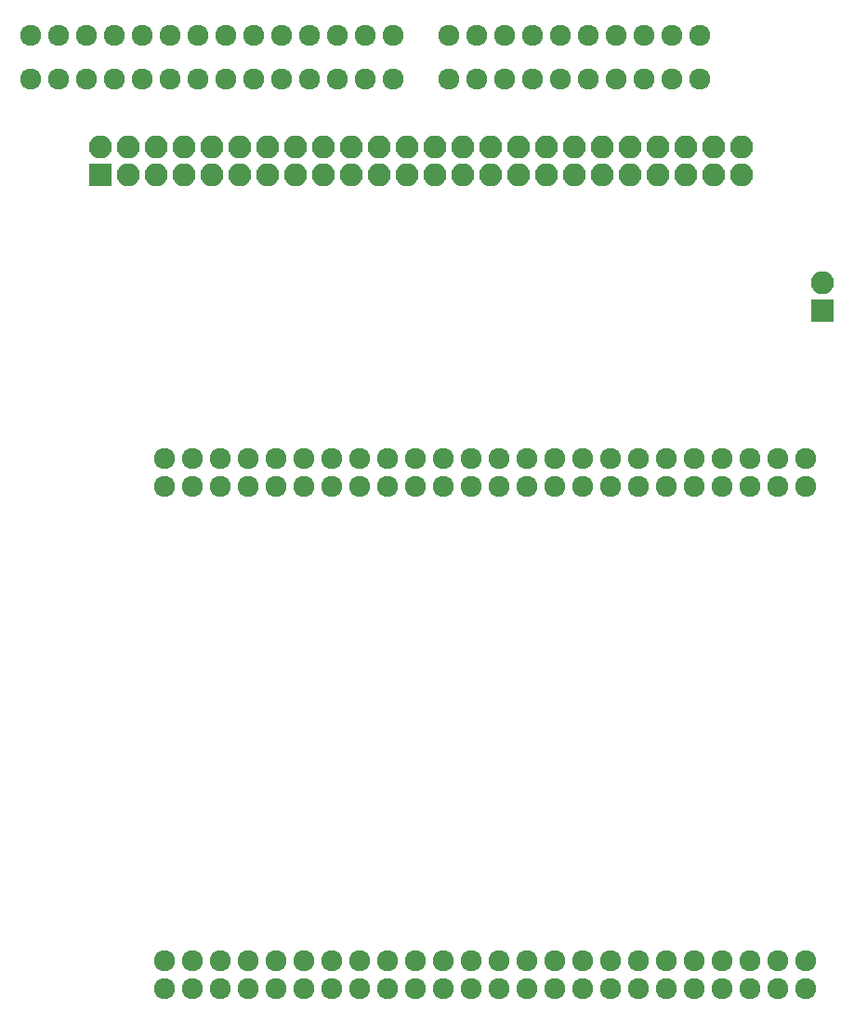
<source format=gbs>
G04 #@! TF.FileFunction,Soldermask,Bot*
%FSLAX46Y46*%
G04 Gerber Fmt 4.6, Leading zero omitted, Abs format (unit mm)*
G04 Created by KiCad (PCBNEW 4.0.6) date Monday, June 05, 2017 'PMt' 08:11:22 PM*
%MOMM*%
%LPD*%
G01*
G04 APERTURE LIST*
%ADD10C,0.100000*%
%ADD11R,2.100000X2.100000*%
%ADD12O,2.100000X2.100000*%
%ADD13C,1.924000*%
G04 APERTURE END LIST*
D10*
D11*
X109350000Y-65750000D03*
D12*
X109350000Y-63210000D03*
X111890000Y-65750000D03*
X111890000Y-63210000D03*
X114430000Y-65750000D03*
X114430000Y-63210000D03*
X116970000Y-65750000D03*
X116970000Y-63210000D03*
X119510000Y-65750000D03*
X119510000Y-63210000D03*
X122050000Y-65750000D03*
X122050000Y-63210000D03*
X124590000Y-65750000D03*
X124590000Y-63210000D03*
X127130000Y-65750000D03*
X127130000Y-63210000D03*
X129670000Y-65750000D03*
X129670000Y-63210000D03*
X132210000Y-65750000D03*
X132210000Y-63210000D03*
X134750000Y-65750000D03*
X134750000Y-63210000D03*
X137290000Y-65750000D03*
X137290000Y-63210000D03*
X139830000Y-65750000D03*
X139830000Y-63210000D03*
X142370000Y-65750000D03*
X142370000Y-63210000D03*
X144910000Y-65750000D03*
X144910000Y-63210000D03*
X147450000Y-65750000D03*
X147450000Y-63210000D03*
X149990000Y-65750000D03*
X149990000Y-63210000D03*
X152530000Y-65750000D03*
X152530000Y-63210000D03*
X155070000Y-65750000D03*
X155070000Y-63210000D03*
X157610000Y-65750000D03*
X157610000Y-63210000D03*
X160150000Y-65750000D03*
X160150000Y-63210000D03*
X162690000Y-65750000D03*
X162690000Y-63210000D03*
X165230000Y-65750000D03*
X165230000Y-63210000D03*
X167770000Y-65750000D03*
X167770000Y-63210000D03*
D13*
X103020000Y-53000000D03*
X103020000Y-57000000D03*
X105560000Y-53000000D03*
X105560000Y-57000000D03*
X108100000Y-53000000D03*
X108100000Y-57000000D03*
X110640000Y-53000000D03*
X110640000Y-57000000D03*
X113180000Y-53000000D03*
X113180000Y-57000000D03*
X115720000Y-53000000D03*
X115720000Y-57000000D03*
X118260000Y-53000000D03*
X118260000Y-57000000D03*
X120800000Y-53000000D03*
X120800000Y-57000000D03*
X123340000Y-53000000D03*
X123340000Y-57000000D03*
X125880000Y-53000000D03*
X125880000Y-57000000D03*
X128420000Y-53000000D03*
X128420000Y-57000000D03*
X130960000Y-53000000D03*
X130960000Y-57000000D03*
X133500000Y-53000000D03*
X133500000Y-57000000D03*
X136040000Y-53000000D03*
X136040000Y-57000000D03*
X141120000Y-53000000D03*
X141120000Y-57000000D03*
X143660000Y-53000000D03*
X143660000Y-57000000D03*
X146200000Y-53000000D03*
X146200000Y-57000000D03*
X148740000Y-53000000D03*
X148740000Y-57000000D03*
X151280000Y-53000000D03*
X151280000Y-57000000D03*
X153820000Y-53000000D03*
X153820000Y-57000000D03*
X156360000Y-53000000D03*
X156360000Y-57000000D03*
X158900000Y-53000000D03*
X158900000Y-57000000D03*
X161440000Y-53000000D03*
X161440000Y-57000000D03*
X163980000Y-53000000D03*
X163980000Y-57000000D03*
D11*
X175120000Y-78110000D03*
D12*
X175120000Y-75570000D03*
D13*
X132960000Y-137300000D03*
X132960000Y-139840000D03*
X130420000Y-137300000D03*
X130420000Y-139840000D03*
X127880000Y-137300000D03*
X127880000Y-139840000D03*
X125340000Y-137300000D03*
X125340000Y-139840000D03*
X122800000Y-137300000D03*
X122800000Y-139840000D03*
X120260000Y-137300000D03*
X120260000Y-139840000D03*
X117720000Y-137300000D03*
X117720000Y-139840000D03*
X115180000Y-137300000D03*
X115180000Y-139840000D03*
X135500000Y-139840000D03*
X135500000Y-137300000D03*
X138040000Y-139840000D03*
X138040000Y-137300000D03*
X140580000Y-139840000D03*
X140580000Y-137300000D03*
X143120000Y-139840000D03*
X143120000Y-137300000D03*
X145660000Y-139840000D03*
X145660000Y-137300000D03*
X148200000Y-139840000D03*
X148200000Y-137300000D03*
X150740000Y-139840000D03*
X150740000Y-137300000D03*
X153280000Y-139840000D03*
X153280000Y-137300000D03*
X173600000Y-137300000D03*
X173600000Y-139840000D03*
X171060000Y-137300000D03*
X171060000Y-139840000D03*
X168520000Y-137300000D03*
X168520000Y-139840000D03*
X165980000Y-137300000D03*
X165980000Y-139840000D03*
X163440000Y-137300000D03*
X163440000Y-139840000D03*
X160900000Y-137300000D03*
X160900000Y-139840000D03*
X158360000Y-137300000D03*
X158360000Y-139840000D03*
X155820000Y-137300000D03*
X155820000Y-139840000D03*
X155820000Y-94120000D03*
X155820000Y-91580000D03*
X158360000Y-94120000D03*
X158360000Y-91580000D03*
X160900000Y-94120000D03*
X160900000Y-91580000D03*
X163440000Y-94120000D03*
X163440000Y-91580000D03*
X165980000Y-94120000D03*
X165980000Y-91580000D03*
X168520000Y-94120000D03*
X168520000Y-91580000D03*
X171060000Y-94120000D03*
X171060000Y-91580000D03*
X173600000Y-94120000D03*
X173600000Y-91580000D03*
X153280000Y-91580000D03*
X153280000Y-94120000D03*
X150740000Y-91580000D03*
X150740000Y-94120000D03*
X148200000Y-91580000D03*
X148200000Y-94120000D03*
X145660000Y-91580000D03*
X145660000Y-94120000D03*
X143120000Y-91580000D03*
X143120000Y-94120000D03*
X140580000Y-91580000D03*
X140580000Y-94120000D03*
X138040000Y-91580000D03*
X138040000Y-94120000D03*
X135500000Y-91580000D03*
X135500000Y-94120000D03*
X115180000Y-94120000D03*
X115180000Y-91580000D03*
X117720000Y-94120000D03*
X117720000Y-91580000D03*
X120260000Y-94120000D03*
X120260000Y-91580000D03*
X122800000Y-94120000D03*
X122800000Y-91580000D03*
X125340000Y-94120000D03*
X125340000Y-91580000D03*
X127880000Y-94120000D03*
X127880000Y-91580000D03*
X130420000Y-94120000D03*
X130420000Y-91580000D03*
X132960000Y-94120000D03*
X132960000Y-91580000D03*
M02*

</source>
